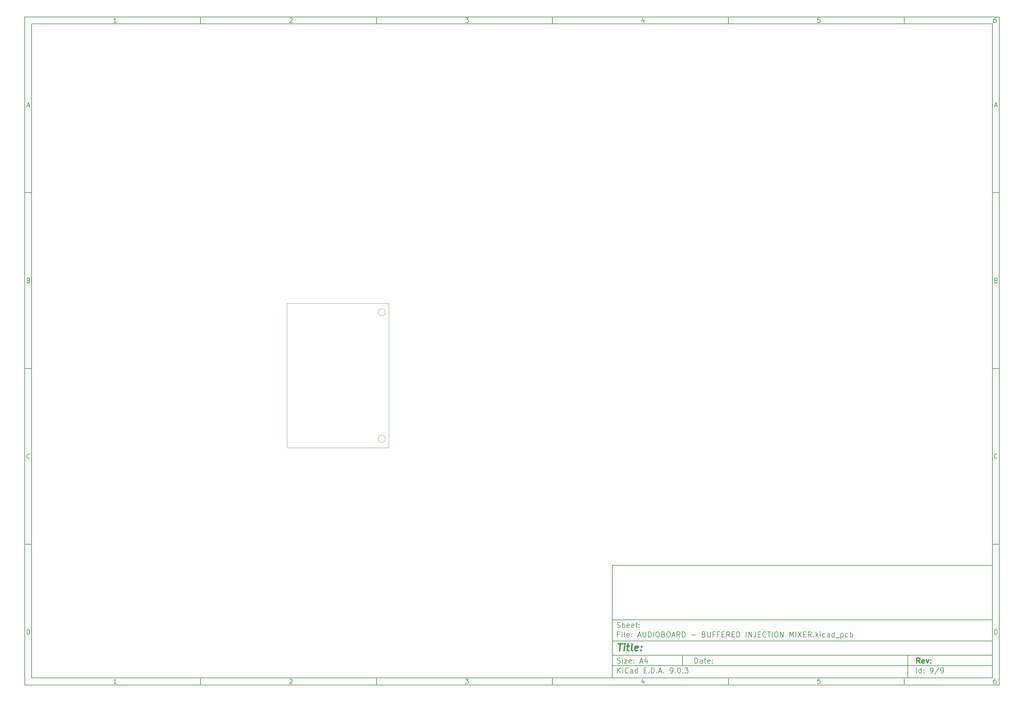
<source format=gbr>
%TF.GenerationSoftware,KiCad,Pcbnew,9.0.3*%
%TF.CreationDate,2025-09-10T01:15:20-07:00*%
%TF.ProjectId,AUDIOBOARD - BUFFERED INJECTION MIXER,41554449-4f42-44f4-9152-44202d204255,rev?*%
%TF.SameCoordinates,Original*%
%TF.FileFunction,Profile,NP*%
%FSLAX46Y46*%
G04 Gerber Fmt 4.6, Leading zero omitted, Abs format (unit mm)*
G04 Created by KiCad (PCBNEW 9.0.3) date 2025-09-10 01:15:20*
%MOMM*%
%LPD*%
G01*
G04 APERTURE LIST*
%ADD10C,0.100000*%
%ADD11C,0.150000*%
%ADD12C,0.300000*%
%ADD13C,0.400000*%
%TA.AperFunction,Profile*%
%ADD14C,0.050000*%
%TD*%
G04 APERTURE END LIST*
D10*
D11*
X177002200Y-166007200D02*
X285002200Y-166007200D01*
X285002200Y-198007200D01*
X177002200Y-198007200D01*
X177002200Y-166007200D01*
D10*
D11*
X10000000Y-10000000D02*
X287002200Y-10000000D01*
X287002200Y-200007200D01*
X10000000Y-200007200D01*
X10000000Y-10000000D01*
D10*
D11*
X12000000Y-12000000D02*
X285002200Y-12000000D01*
X285002200Y-198007200D01*
X12000000Y-198007200D01*
X12000000Y-12000000D01*
D10*
D11*
X60000000Y-12000000D02*
X60000000Y-10000000D01*
D10*
D11*
X110000000Y-12000000D02*
X110000000Y-10000000D01*
D10*
D11*
X160000000Y-12000000D02*
X160000000Y-10000000D01*
D10*
D11*
X210000000Y-12000000D02*
X210000000Y-10000000D01*
D10*
D11*
X260000000Y-12000000D02*
X260000000Y-10000000D01*
D10*
D11*
X36089160Y-11593604D02*
X35346303Y-11593604D01*
X35717731Y-11593604D02*
X35717731Y-10293604D01*
X35717731Y-10293604D02*
X35593922Y-10479319D01*
X35593922Y-10479319D02*
X35470112Y-10603128D01*
X35470112Y-10603128D02*
X35346303Y-10665033D01*
D10*
D11*
X85346303Y-10417414D02*
X85408207Y-10355509D01*
X85408207Y-10355509D02*
X85532017Y-10293604D01*
X85532017Y-10293604D02*
X85841541Y-10293604D01*
X85841541Y-10293604D02*
X85965350Y-10355509D01*
X85965350Y-10355509D02*
X86027255Y-10417414D01*
X86027255Y-10417414D02*
X86089160Y-10541223D01*
X86089160Y-10541223D02*
X86089160Y-10665033D01*
X86089160Y-10665033D02*
X86027255Y-10850747D01*
X86027255Y-10850747D02*
X85284398Y-11593604D01*
X85284398Y-11593604D02*
X86089160Y-11593604D01*
D10*
D11*
X135284398Y-10293604D02*
X136089160Y-10293604D01*
X136089160Y-10293604D02*
X135655826Y-10788842D01*
X135655826Y-10788842D02*
X135841541Y-10788842D01*
X135841541Y-10788842D02*
X135965350Y-10850747D01*
X135965350Y-10850747D02*
X136027255Y-10912652D01*
X136027255Y-10912652D02*
X136089160Y-11036461D01*
X136089160Y-11036461D02*
X136089160Y-11345985D01*
X136089160Y-11345985D02*
X136027255Y-11469795D01*
X136027255Y-11469795D02*
X135965350Y-11531700D01*
X135965350Y-11531700D02*
X135841541Y-11593604D01*
X135841541Y-11593604D02*
X135470112Y-11593604D01*
X135470112Y-11593604D02*
X135346303Y-11531700D01*
X135346303Y-11531700D02*
X135284398Y-11469795D01*
D10*
D11*
X185965350Y-10726938D02*
X185965350Y-11593604D01*
X185655826Y-10231700D02*
X185346303Y-11160271D01*
X185346303Y-11160271D02*
X186151064Y-11160271D01*
D10*
D11*
X236027255Y-10293604D02*
X235408207Y-10293604D01*
X235408207Y-10293604D02*
X235346303Y-10912652D01*
X235346303Y-10912652D02*
X235408207Y-10850747D01*
X235408207Y-10850747D02*
X235532017Y-10788842D01*
X235532017Y-10788842D02*
X235841541Y-10788842D01*
X235841541Y-10788842D02*
X235965350Y-10850747D01*
X235965350Y-10850747D02*
X236027255Y-10912652D01*
X236027255Y-10912652D02*
X236089160Y-11036461D01*
X236089160Y-11036461D02*
X236089160Y-11345985D01*
X236089160Y-11345985D02*
X236027255Y-11469795D01*
X236027255Y-11469795D02*
X235965350Y-11531700D01*
X235965350Y-11531700D02*
X235841541Y-11593604D01*
X235841541Y-11593604D02*
X235532017Y-11593604D01*
X235532017Y-11593604D02*
X235408207Y-11531700D01*
X235408207Y-11531700D02*
X235346303Y-11469795D01*
D10*
D11*
X285965350Y-10293604D02*
X285717731Y-10293604D01*
X285717731Y-10293604D02*
X285593922Y-10355509D01*
X285593922Y-10355509D02*
X285532017Y-10417414D01*
X285532017Y-10417414D02*
X285408207Y-10603128D01*
X285408207Y-10603128D02*
X285346303Y-10850747D01*
X285346303Y-10850747D02*
X285346303Y-11345985D01*
X285346303Y-11345985D02*
X285408207Y-11469795D01*
X285408207Y-11469795D02*
X285470112Y-11531700D01*
X285470112Y-11531700D02*
X285593922Y-11593604D01*
X285593922Y-11593604D02*
X285841541Y-11593604D01*
X285841541Y-11593604D02*
X285965350Y-11531700D01*
X285965350Y-11531700D02*
X286027255Y-11469795D01*
X286027255Y-11469795D02*
X286089160Y-11345985D01*
X286089160Y-11345985D02*
X286089160Y-11036461D01*
X286089160Y-11036461D02*
X286027255Y-10912652D01*
X286027255Y-10912652D02*
X285965350Y-10850747D01*
X285965350Y-10850747D02*
X285841541Y-10788842D01*
X285841541Y-10788842D02*
X285593922Y-10788842D01*
X285593922Y-10788842D02*
X285470112Y-10850747D01*
X285470112Y-10850747D02*
X285408207Y-10912652D01*
X285408207Y-10912652D02*
X285346303Y-11036461D01*
D10*
D11*
X60000000Y-198007200D02*
X60000000Y-200007200D01*
D10*
D11*
X110000000Y-198007200D02*
X110000000Y-200007200D01*
D10*
D11*
X160000000Y-198007200D02*
X160000000Y-200007200D01*
D10*
D11*
X210000000Y-198007200D02*
X210000000Y-200007200D01*
D10*
D11*
X260000000Y-198007200D02*
X260000000Y-200007200D01*
D10*
D11*
X36089160Y-199600804D02*
X35346303Y-199600804D01*
X35717731Y-199600804D02*
X35717731Y-198300804D01*
X35717731Y-198300804D02*
X35593922Y-198486519D01*
X35593922Y-198486519D02*
X35470112Y-198610328D01*
X35470112Y-198610328D02*
X35346303Y-198672233D01*
D10*
D11*
X85346303Y-198424614D02*
X85408207Y-198362709D01*
X85408207Y-198362709D02*
X85532017Y-198300804D01*
X85532017Y-198300804D02*
X85841541Y-198300804D01*
X85841541Y-198300804D02*
X85965350Y-198362709D01*
X85965350Y-198362709D02*
X86027255Y-198424614D01*
X86027255Y-198424614D02*
X86089160Y-198548423D01*
X86089160Y-198548423D02*
X86089160Y-198672233D01*
X86089160Y-198672233D02*
X86027255Y-198857947D01*
X86027255Y-198857947D02*
X85284398Y-199600804D01*
X85284398Y-199600804D02*
X86089160Y-199600804D01*
D10*
D11*
X135284398Y-198300804D02*
X136089160Y-198300804D01*
X136089160Y-198300804D02*
X135655826Y-198796042D01*
X135655826Y-198796042D02*
X135841541Y-198796042D01*
X135841541Y-198796042D02*
X135965350Y-198857947D01*
X135965350Y-198857947D02*
X136027255Y-198919852D01*
X136027255Y-198919852D02*
X136089160Y-199043661D01*
X136089160Y-199043661D02*
X136089160Y-199353185D01*
X136089160Y-199353185D02*
X136027255Y-199476995D01*
X136027255Y-199476995D02*
X135965350Y-199538900D01*
X135965350Y-199538900D02*
X135841541Y-199600804D01*
X135841541Y-199600804D02*
X135470112Y-199600804D01*
X135470112Y-199600804D02*
X135346303Y-199538900D01*
X135346303Y-199538900D02*
X135284398Y-199476995D01*
D10*
D11*
X185965350Y-198734138D02*
X185965350Y-199600804D01*
X185655826Y-198238900D02*
X185346303Y-199167471D01*
X185346303Y-199167471D02*
X186151064Y-199167471D01*
D10*
D11*
X236027255Y-198300804D02*
X235408207Y-198300804D01*
X235408207Y-198300804D02*
X235346303Y-198919852D01*
X235346303Y-198919852D02*
X235408207Y-198857947D01*
X235408207Y-198857947D02*
X235532017Y-198796042D01*
X235532017Y-198796042D02*
X235841541Y-198796042D01*
X235841541Y-198796042D02*
X235965350Y-198857947D01*
X235965350Y-198857947D02*
X236027255Y-198919852D01*
X236027255Y-198919852D02*
X236089160Y-199043661D01*
X236089160Y-199043661D02*
X236089160Y-199353185D01*
X236089160Y-199353185D02*
X236027255Y-199476995D01*
X236027255Y-199476995D02*
X235965350Y-199538900D01*
X235965350Y-199538900D02*
X235841541Y-199600804D01*
X235841541Y-199600804D02*
X235532017Y-199600804D01*
X235532017Y-199600804D02*
X235408207Y-199538900D01*
X235408207Y-199538900D02*
X235346303Y-199476995D01*
D10*
D11*
X285965350Y-198300804D02*
X285717731Y-198300804D01*
X285717731Y-198300804D02*
X285593922Y-198362709D01*
X285593922Y-198362709D02*
X285532017Y-198424614D01*
X285532017Y-198424614D02*
X285408207Y-198610328D01*
X285408207Y-198610328D02*
X285346303Y-198857947D01*
X285346303Y-198857947D02*
X285346303Y-199353185D01*
X285346303Y-199353185D02*
X285408207Y-199476995D01*
X285408207Y-199476995D02*
X285470112Y-199538900D01*
X285470112Y-199538900D02*
X285593922Y-199600804D01*
X285593922Y-199600804D02*
X285841541Y-199600804D01*
X285841541Y-199600804D02*
X285965350Y-199538900D01*
X285965350Y-199538900D02*
X286027255Y-199476995D01*
X286027255Y-199476995D02*
X286089160Y-199353185D01*
X286089160Y-199353185D02*
X286089160Y-199043661D01*
X286089160Y-199043661D02*
X286027255Y-198919852D01*
X286027255Y-198919852D02*
X285965350Y-198857947D01*
X285965350Y-198857947D02*
X285841541Y-198796042D01*
X285841541Y-198796042D02*
X285593922Y-198796042D01*
X285593922Y-198796042D02*
X285470112Y-198857947D01*
X285470112Y-198857947D02*
X285408207Y-198919852D01*
X285408207Y-198919852D02*
X285346303Y-199043661D01*
D10*
D11*
X10000000Y-60000000D02*
X12000000Y-60000000D01*
D10*
D11*
X10000000Y-110000000D02*
X12000000Y-110000000D01*
D10*
D11*
X10000000Y-160000000D02*
X12000000Y-160000000D01*
D10*
D11*
X10690476Y-35222176D02*
X11309523Y-35222176D01*
X10566666Y-35593604D02*
X10999999Y-34293604D01*
X10999999Y-34293604D02*
X11433333Y-35593604D01*
D10*
D11*
X11092857Y-84912652D02*
X11278571Y-84974557D01*
X11278571Y-84974557D02*
X11340476Y-85036461D01*
X11340476Y-85036461D02*
X11402380Y-85160271D01*
X11402380Y-85160271D02*
X11402380Y-85345985D01*
X11402380Y-85345985D02*
X11340476Y-85469795D01*
X11340476Y-85469795D02*
X11278571Y-85531700D01*
X11278571Y-85531700D02*
X11154761Y-85593604D01*
X11154761Y-85593604D02*
X10659523Y-85593604D01*
X10659523Y-85593604D02*
X10659523Y-84293604D01*
X10659523Y-84293604D02*
X11092857Y-84293604D01*
X11092857Y-84293604D02*
X11216666Y-84355509D01*
X11216666Y-84355509D02*
X11278571Y-84417414D01*
X11278571Y-84417414D02*
X11340476Y-84541223D01*
X11340476Y-84541223D02*
X11340476Y-84665033D01*
X11340476Y-84665033D02*
X11278571Y-84788842D01*
X11278571Y-84788842D02*
X11216666Y-84850747D01*
X11216666Y-84850747D02*
X11092857Y-84912652D01*
X11092857Y-84912652D02*
X10659523Y-84912652D01*
D10*
D11*
X11402380Y-135469795D02*
X11340476Y-135531700D01*
X11340476Y-135531700D02*
X11154761Y-135593604D01*
X11154761Y-135593604D02*
X11030952Y-135593604D01*
X11030952Y-135593604D02*
X10845238Y-135531700D01*
X10845238Y-135531700D02*
X10721428Y-135407890D01*
X10721428Y-135407890D02*
X10659523Y-135284080D01*
X10659523Y-135284080D02*
X10597619Y-135036461D01*
X10597619Y-135036461D02*
X10597619Y-134850747D01*
X10597619Y-134850747D02*
X10659523Y-134603128D01*
X10659523Y-134603128D02*
X10721428Y-134479319D01*
X10721428Y-134479319D02*
X10845238Y-134355509D01*
X10845238Y-134355509D02*
X11030952Y-134293604D01*
X11030952Y-134293604D02*
X11154761Y-134293604D01*
X11154761Y-134293604D02*
X11340476Y-134355509D01*
X11340476Y-134355509D02*
X11402380Y-134417414D01*
D10*
D11*
X10659523Y-185593604D02*
X10659523Y-184293604D01*
X10659523Y-184293604D02*
X10969047Y-184293604D01*
X10969047Y-184293604D02*
X11154761Y-184355509D01*
X11154761Y-184355509D02*
X11278571Y-184479319D01*
X11278571Y-184479319D02*
X11340476Y-184603128D01*
X11340476Y-184603128D02*
X11402380Y-184850747D01*
X11402380Y-184850747D02*
X11402380Y-185036461D01*
X11402380Y-185036461D02*
X11340476Y-185284080D01*
X11340476Y-185284080D02*
X11278571Y-185407890D01*
X11278571Y-185407890D02*
X11154761Y-185531700D01*
X11154761Y-185531700D02*
X10969047Y-185593604D01*
X10969047Y-185593604D02*
X10659523Y-185593604D01*
D10*
D11*
X287002200Y-60000000D02*
X285002200Y-60000000D01*
D10*
D11*
X287002200Y-110000000D02*
X285002200Y-110000000D01*
D10*
D11*
X287002200Y-160000000D02*
X285002200Y-160000000D01*
D10*
D11*
X285692676Y-35222176D02*
X286311723Y-35222176D01*
X285568866Y-35593604D02*
X286002199Y-34293604D01*
X286002199Y-34293604D02*
X286435533Y-35593604D01*
D10*
D11*
X286095057Y-84912652D02*
X286280771Y-84974557D01*
X286280771Y-84974557D02*
X286342676Y-85036461D01*
X286342676Y-85036461D02*
X286404580Y-85160271D01*
X286404580Y-85160271D02*
X286404580Y-85345985D01*
X286404580Y-85345985D02*
X286342676Y-85469795D01*
X286342676Y-85469795D02*
X286280771Y-85531700D01*
X286280771Y-85531700D02*
X286156961Y-85593604D01*
X286156961Y-85593604D02*
X285661723Y-85593604D01*
X285661723Y-85593604D02*
X285661723Y-84293604D01*
X285661723Y-84293604D02*
X286095057Y-84293604D01*
X286095057Y-84293604D02*
X286218866Y-84355509D01*
X286218866Y-84355509D02*
X286280771Y-84417414D01*
X286280771Y-84417414D02*
X286342676Y-84541223D01*
X286342676Y-84541223D02*
X286342676Y-84665033D01*
X286342676Y-84665033D02*
X286280771Y-84788842D01*
X286280771Y-84788842D02*
X286218866Y-84850747D01*
X286218866Y-84850747D02*
X286095057Y-84912652D01*
X286095057Y-84912652D02*
X285661723Y-84912652D01*
D10*
D11*
X286404580Y-135469795D02*
X286342676Y-135531700D01*
X286342676Y-135531700D02*
X286156961Y-135593604D01*
X286156961Y-135593604D02*
X286033152Y-135593604D01*
X286033152Y-135593604D02*
X285847438Y-135531700D01*
X285847438Y-135531700D02*
X285723628Y-135407890D01*
X285723628Y-135407890D02*
X285661723Y-135284080D01*
X285661723Y-135284080D02*
X285599819Y-135036461D01*
X285599819Y-135036461D02*
X285599819Y-134850747D01*
X285599819Y-134850747D02*
X285661723Y-134603128D01*
X285661723Y-134603128D02*
X285723628Y-134479319D01*
X285723628Y-134479319D02*
X285847438Y-134355509D01*
X285847438Y-134355509D02*
X286033152Y-134293604D01*
X286033152Y-134293604D02*
X286156961Y-134293604D01*
X286156961Y-134293604D02*
X286342676Y-134355509D01*
X286342676Y-134355509D02*
X286404580Y-134417414D01*
D10*
D11*
X285661723Y-185593604D02*
X285661723Y-184293604D01*
X285661723Y-184293604D02*
X285971247Y-184293604D01*
X285971247Y-184293604D02*
X286156961Y-184355509D01*
X286156961Y-184355509D02*
X286280771Y-184479319D01*
X286280771Y-184479319D02*
X286342676Y-184603128D01*
X286342676Y-184603128D02*
X286404580Y-184850747D01*
X286404580Y-184850747D02*
X286404580Y-185036461D01*
X286404580Y-185036461D02*
X286342676Y-185284080D01*
X286342676Y-185284080D02*
X286280771Y-185407890D01*
X286280771Y-185407890D02*
X286156961Y-185531700D01*
X286156961Y-185531700D02*
X285971247Y-185593604D01*
X285971247Y-185593604D02*
X285661723Y-185593604D01*
D10*
D11*
X200458026Y-193793328D02*
X200458026Y-192293328D01*
X200458026Y-192293328D02*
X200815169Y-192293328D01*
X200815169Y-192293328D02*
X201029455Y-192364757D01*
X201029455Y-192364757D02*
X201172312Y-192507614D01*
X201172312Y-192507614D02*
X201243741Y-192650471D01*
X201243741Y-192650471D02*
X201315169Y-192936185D01*
X201315169Y-192936185D02*
X201315169Y-193150471D01*
X201315169Y-193150471D02*
X201243741Y-193436185D01*
X201243741Y-193436185D02*
X201172312Y-193579042D01*
X201172312Y-193579042D02*
X201029455Y-193721900D01*
X201029455Y-193721900D02*
X200815169Y-193793328D01*
X200815169Y-193793328D02*
X200458026Y-193793328D01*
X202600884Y-193793328D02*
X202600884Y-193007614D01*
X202600884Y-193007614D02*
X202529455Y-192864757D01*
X202529455Y-192864757D02*
X202386598Y-192793328D01*
X202386598Y-192793328D02*
X202100884Y-192793328D01*
X202100884Y-192793328D02*
X201958026Y-192864757D01*
X202600884Y-193721900D02*
X202458026Y-193793328D01*
X202458026Y-193793328D02*
X202100884Y-193793328D01*
X202100884Y-193793328D02*
X201958026Y-193721900D01*
X201958026Y-193721900D02*
X201886598Y-193579042D01*
X201886598Y-193579042D02*
X201886598Y-193436185D01*
X201886598Y-193436185D02*
X201958026Y-193293328D01*
X201958026Y-193293328D02*
X202100884Y-193221900D01*
X202100884Y-193221900D02*
X202458026Y-193221900D01*
X202458026Y-193221900D02*
X202600884Y-193150471D01*
X203100884Y-192793328D02*
X203672312Y-192793328D01*
X203315169Y-192293328D02*
X203315169Y-193579042D01*
X203315169Y-193579042D02*
X203386598Y-193721900D01*
X203386598Y-193721900D02*
X203529455Y-193793328D01*
X203529455Y-193793328D02*
X203672312Y-193793328D01*
X204743741Y-193721900D02*
X204600884Y-193793328D01*
X204600884Y-193793328D02*
X204315170Y-193793328D01*
X204315170Y-193793328D02*
X204172312Y-193721900D01*
X204172312Y-193721900D02*
X204100884Y-193579042D01*
X204100884Y-193579042D02*
X204100884Y-193007614D01*
X204100884Y-193007614D02*
X204172312Y-192864757D01*
X204172312Y-192864757D02*
X204315170Y-192793328D01*
X204315170Y-192793328D02*
X204600884Y-192793328D01*
X204600884Y-192793328D02*
X204743741Y-192864757D01*
X204743741Y-192864757D02*
X204815170Y-193007614D01*
X204815170Y-193007614D02*
X204815170Y-193150471D01*
X204815170Y-193150471D02*
X204100884Y-193293328D01*
X205458026Y-193650471D02*
X205529455Y-193721900D01*
X205529455Y-193721900D02*
X205458026Y-193793328D01*
X205458026Y-193793328D02*
X205386598Y-193721900D01*
X205386598Y-193721900D02*
X205458026Y-193650471D01*
X205458026Y-193650471D02*
X205458026Y-193793328D01*
X205458026Y-192864757D02*
X205529455Y-192936185D01*
X205529455Y-192936185D02*
X205458026Y-193007614D01*
X205458026Y-193007614D02*
X205386598Y-192936185D01*
X205386598Y-192936185D02*
X205458026Y-192864757D01*
X205458026Y-192864757D02*
X205458026Y-193007614D01*
D10*
D11*
X177002200Y-194507200D02*
X285002200Y-194507200D01*
D10*
D11*
X178458026Y-196593328D02*
X178458026Y-195093328D01*
X179315169Y-196593328D02*
X178672312Y-195736185D01*
X179315169Y-195093328D02*
X178458026Y-195950471D01*
X179958026Y-196593328D02*
X179958026Y-195593328D01*
X179958026Y-195093328D02*
X179886598Y-195164757D01*
X179886598Y-195164757D02*
X179958026Y-195236185D01*
X179958026Y-195236185D02*
X180029455Y-195164757D01*
X180029455Y-195164757D02*
X179958026Y-195093328D01*
X179958026Y-195093328D02*
X179958026Y-195236185D01*
X181529455Y-196450471D02*
X181458027Y-196521900D01*
X181458027Y-196521900D02*
X181243741Y-196593328D01*
X181243741Y-196593328D02*
X181100884Y-196593328D01*
X181100884Y-196593328D02*
X180886598Y-196521900D01*
X180886598Y-196521900D02*
X180743741Y-196379042D01*
X180743741Y-196379042D02*
X180672312Y-196236185D01*
X180672312Y-196236185D02*
X180600884Y-195950471D01*
X180600884Y-195950471D02*
X180600884Y-195736185D01*
X180600884Y-195736185D02*
X180672312Y-195450471D01*
X180672312Y-195450471D02*
X180743741Y-195307614D01*
X180743741Y-195307614D02*
X180886598Y-195164757D01*
X180886598Y-195164757D02*
X181100884Y-195093328D01*
X181100884Y-195093328D02*
X181243741Y-195093328D01*
X181243741Y-195093328D02*
X181458027Y-195164757D01*
X181458027Y-195164757D02*
X181529455Y-195236185D01*
X182815170Y-196593328D02*
X182815170Y-195807614D01*
X182815170Y-195807614D02*
X182743741Y-195664757D01*
X182743741Y-195664757D02*
X182600884Y-195593328D01*
X182600884Y-195593328D02*
X182315170Y-195593328D01*
X182315170Y-195593328D02*
X182172312Y-195664757D01*
X182815170Y-196521900D02*
X182672312Y-196593328D01*
X182672312Y-196593328D02*
X182315170Y-196593328D01*
X182315170Y-196593328D02*
X182172312Y-196521900D01*
X182172312Y-196521900D02*
X182100884Y-196379042D01*
X182100884Y-196379042D02*
X182100884Y-196236185D01*
X182100884Y-196236185D02*
X182172312Y-196093328D01*
X182172312Y-196093328D02*
X182315170Y-196021900D01*
X182315170Y-196021900D02*
X182672312Y-196021900D01*
X182672312Y-196021900D02*
X182815170Y-195950471D01*
X184172313Y-196593328D02*
X184172313Y-195093328D01*
X184172313Y-196521900D02*
X184029455Y-196593328D01*
X184029455Y-196593328D02*
X183743741Y-196593328D01*
X183743741Y-196593328D02*
X183600884Y-196521900D01*
X183600884Y-196521900D02*
X183529455Y-196450471D01*
X183529455Y-196450471D02*
X183458027Y-196307614D01*
X183458027Y-196307614D02*
X183458027Y-195879042D01*
X183458027Y-195879042D02*
X183529455Y-195736185D01*
X183529455Y-195736185D02*
X183600884Y-195664757D01*
X183600884Y-195664757D02*
X183743741Y-195593328D01*
X183743741Y-195593328D02*
X184029455Y-195593328D01*
X184029455Y-195593328D02*
X184172313Y-195664757D01*
X186029455Y-195807614D02*
X186529455Y-195807614D01*
X186743741Y-196593328D02*
X186029455Y-196593328D01*
X186029455Y-196593328D02*
X186029455Y-195093328D01*
X186029455Y-195093328D02*
X186743741Y-195093328D01*
X187386598Y-196450471D02*
X187458027Y-196521900D01*
X187458027Y-196521900D02*
X187386598Y-196593328D01*
X187386598Y-196593328D02*
X187315170Y-196521900D01*
X187315170Y-196521900D02*
X187386598Y-196450471D01*
X187386598Y-196450471D02*
X187386598Y-196593328D01*
X188100884Y-196593328D02*
X188100884Y-195093328D01*
X188100884Y-195093328D02*
X188458027Y-195093328D01*
X188458027Y-195093328D02*
X188672313Y-195164757D01*
X188672313Y-195164757D02*
X188815170Y-195307614D01*
X188815170Y-195307614D02*
X188886599Y-195450471D01*
X188886599Y-195450471D02*
X188958027Y-195736185D01*
X188958027Y-195736185D02*
X188958027Y-195950471D01*
X188958027Y-195950471D02*
X188886599Y-196236185D01*
X188886599Y-196236185D02*
X188815170Y-196379042D01*
X188815170Y-196379042D02*
X188672313Y-196521900D01*
X188672313Y-196521900D02*
X188458027Y-196593328D01*
X188458027Y-196593328D02*
X188100884Y-196593328D01*
X189600884Y-196450471D02*
X189672313Y-196521900D01*
X189672313Y-196521900D02*
X189600884Y-196593328D01*
X189600884Y-196593328D02*
X189529456Y-196521900D01*
X189529456Y-196521900D02*
X189600884Y-196450471D01*
X189600884Y-196450471D02*
X189600884Y-196593328D01*
X190243742Y-196164757D02*
X190958028Y-196164757D01*
X190100885Y-196593328D02*
X190600885Y-195093328D01*
X190600885Y-195093328D02*
X191100885Y-196593328D01*
X191600884Y-196450471D02*
X191672313Y-196521900D01*
X191672313Y-196521900D02*
X191600884Y-196593328D01*
X191600884Y-196593328D02*
X191529456Y-196521900D01*
X191529456Y-196521900D02*
X191600884Y-196450471D01*
X191600884Y-196450471D02*
X191600884Y-196593328D01*
X193529456Y-196593328D02*
X193815170Y-196593328D01*
X193815170Y-196593328D02*
X193958027Y-196521900D01*
X193958027Y-196521900D02*
X194029456Y-196450471D01*
X194029456Y-196450471D02*
X194172313Y-196236185D01*
X194172313Y-196236185D02*
X194243742Y-195950471D01*
X194243742Y-195950471D02*
X194243742Y-195379042D01*
X194243742Y-195379042D02*
X194172313Y-195236185D01*
X194172313Y-195236185D02*
X194100885Y-195164757D01*
X194100885Y-195164757D02*
X193958027Y-195093328D01*
X193958027Y-195093328D02*
X193672313Y-195093328D01*
X193672313Y-195093328D02*
X193529456Y-195164757D01*
X193529456Y-195164757D02*
X193458027Y-195236185D01*
X193458027Y-195236185D02*
X193386599Y-195379042D01*
X193386599Y-195379042D02*
X193386599Y-195736185D01*
X193386599Y-195736185D02*
X193458027Y-195879042D01*
X193458027Y-195879042D02*
X193529456Y-195950471D01*
X193529456Y-195950471D02*
X193672313Y-196021900D01*
X193672313Y-196021900D02*
X193958027Y-196021900D01*
X193958027Y-196021900D02*
X194100885Y-195950471D01*
X194100885Y-195950471D02*
X194172313Y-195879042D01*
X194172313Y-195879042D02*
X194243742Y-195736185D01*
X194886598Y-196450471D02*
X194958027Y-196521900D01*
X194958027Y-196521900D02*
X194886598Y-196593328D01*
X194886598Y-196593328D02*
X194815170Y-196521900D01*
X194815170Y-196521900D02*
X194886598Y-196450471D01*
X194886598Y-196450471D02*
X194886598Y-196593328D01*
X195886599Y-195093328D02*
X196029456Y-195093328D01*
X196029456Y-195093328D02*
X196172313Y-195164757D01*
X196172313Y-195164757D02*
X196243742Y-195236185D01*
X196243742Y-195236185D02*
X196315170Y-195379042D01*
X196315170Y-195379042D02*
X196386599Y-195664757D01*
X196386599Y-195664757D02*
X196386599Y-196021900D01*
X196386599Y-196021900D02*
X196315170Y-196307614D01*
X196315170Y-196307614D02*
X196243742Y-196450471D01*
X196243742Y-196450471D02*
X196172313Y-196521900D01*
X196172313Y-196521900D02*
X196029456Y-196593328D01*
X196029456Y-196593328D02*
X195886599Y-196593328D01*
X195886599Y-196593328D02*
X195743742Y-196521900D01*
X195743742Y-196521900D02*
X195672313Y-196450471D01*
X195672313Y-196450471D02*
X195600884Y-196307614D01*
X195600884Y-196307614D02*
X195529456Y-196021900D01*
X195529456Y-196021900D02*
X195529456Y-195664757D01*
X195529456Y-195664757D02*
X195600884Y-195379042D01*
X195600884Y-195379042D02*
X195672313Y-195236185D01*
X195672313Y-195236185D02*
X195743742Y-195164757D01*
X195743742Y-195164757D02*
X195886599Y-195093328D01*
X197029455Y-196450471D02*
X197100884Y-196521900D01*
X197100884Y-196521900D02*
X197029455Y-196593328D01*
X197029455Y-196593328D02*
X196958027Y-196521900D01*
X196958027Y-196521900D02*
X197029455Y-196450471D01*
X197029455Y-196450471D02*
X197029455Y-196593328D01*
X197600884Y-195093328D02*
X198529456Y-195093328D01*
X198529456Y-195093328D02*
X198029456Y-195664757D01*
X198029456Y-195664757D02*
X198243741Y-195664757D01*
X198243741Y-195664757D02*
X198386599Y-195736185D01*
X198386599Y-195736185D02*
X198458027Y-195807614D01*
X198458027Y-195807614D02*
X198529456Y-195950471D01*
X198529456Y-195950471D02*
X198529456Y-196307614D01*
X198529456Y-196307614D02*
X198458027Y-196450471D01*
X198458027Y-196450471D02*
X198386599Y-196521900D01*
X198386599Y-196521900D02*
X198243741Y-196593328D01*
X198243741Y-196593328D02*
X197815170Y-196593328D01*
X197815170Y-196593328D02*
X197672313Y-196521900D01*
X197672313Y-196521900D02*
X197600884Y-196450471D01*
D10*
D11*
X177002200Y-191507200D02*
X285002200Y-191507200D01*
D10*
D12*
X264413853Y-193785528D02*
X263913853Y-193071242D01*
X263556710Y-193785528D02*
X263556710Y-192285528D01*
X263556710Y-192285528D02*
X264128139Y-192285528D01*
X264128139Y-192285528D02*
X264270996Y-192356957D01*
X264270996Y-192356957D02*
X264342425Y-192428385D01*
X264342425Y-192428385D02*
X264413853Y-192571242D01*
X264413853Y-192571242D02*
X264413853Y-192785528D01*
X264413853Y-192785528D02*
X264342425Y-192928385D01*
X264342425Y-192928385D02*
X264270996Y-192999814D01*
X264270996Y-192999814D02*
X264128139Y-193071242D01*
X264128139Y-193071242D02*
X263556710Y-193071242D01*
X265628139Y-193714100D02*
X265485282Y-193785528D01*
X265485282Y-193785528D02*
X265199568Y-193785528D01*
X265199568Y-193785528D02*
X265056710Y-193714100D01*
X265056710Y-193714100D02*
X264985282Y-193571242D01*
X264985282Y-193571242D02*
X264985282Y-192999814D01*
X264985282Y-192999814D02*
X265056710Y-192856957D01*
X265056710Y-192856957D02*
X265199568Y-192785528D01*
X265199568Y-192785528D02*
X265485282Y-192785528D01*
X265485282Y-192785528D02*
X265628139Y-192856957D01*
X265628139Y-192856957D02*
X265699568Y-192999814D01*
X265699568Y-192999814D02*
X265699568Y-193142671D01*
X265699568Y-193142671D02*
X264985282Y-193285528D01*
X266199567Y-192785528D02*
X266556710Y-193785528D01*
X266556710Y-193785528D02*
X266913853Y-192785528D01*
X267485281Y-193642671D02*
X267556710Y-193714100D01*
X267556710Y-193714100D02*
X267485281Y-193785528D01*
X267485281Y-193785528D02*
X267413853Y-193714100D01*
X267413853Y-193714100D02*
X267485281Y-193642671D01*
X267485281Y-193642671D02*
X267485281Y-193785528D01*
X267485281Y-192856957D02*
X267556710Y-192928385D01*
X267556710Y-192928385D02*
X267485281Y-192999814D01*
X267485281Y-192999814D02*
X267413853Y-192928385D01*
X267413853Y-192928385D02*
X267485281Y-192856957D01*
X267485281Y-192856957D02*
X267485281Y-192999814D01*
D10*
D11*
X178386598Y-193721900D02*
X178600884Y-193793328D01*
X178600884Y-193793328D02*
X178958026Y-193793328D01*
X178958026Y-193793328D02*
X179100884Y-193721900D01*
X179100884Y-193721900D02*
X179172312Y-193650471D01*
X179172312Y-193650471D02*
X179243741Y-193507614D01*
X179243741Y-193507614D02*
X179243741Y-193364757D01*
X179243741Y-193364757D02*
X179172312Y-193221900D01*
X179172312Y-193221900D02*
X179100884Y-193150471D01*
X179100884Y-193150471D02*
X178958026Y-193079042D01*
X178958026Y-193079042D02*
X178672312Y-193007614D01*
X178672312Y-193007614D02*
X178529455Y-192936185D01*
X178529455Y-192936185D02*
X178458026Y-192864757D01*
X178458026Y-192864757D02*
X178386598Y-192721900D01*
X178386598Y-192721900D02*
X178386598Y-192579042D01*
X178386598Y-192579042D02*
X178458026Y-192436185D01*
X178458026Y-192436185D02*
X178529455Y-192364757D01*
X178529455Y-192364757D02*
X178672312Y-192293328D01*
X178672312Y-192293328D02*
X179029455Y-192293328D01*
X179029455Y-192293328D02*
X179243741Y-192364757D01*
X179886597Y-193793328D02*
X179886597Y-192793328D01*
X179886597Y-192293328D02*
X179815169Y-192364757D01*
X179815169Y-192364757D02*
X179886597Y-192436185D01*
X179886597Y-192436185D02*
X179958026Y-192364757D01*
X179958026Y-192364757D02*
X179886597Y-192293328D01*
X179886597Y-192293328D02*
X179886597Y-192436185D01*
X180458026Y-192793328D02*
X181243741Y-192793328D01*
X181243741Y-192793328D02*
X180458026Y-193793328D01*
X180458026Y-193793328D02*
X181243741Y-193793328D01*
X182386598Y-193721900D02*
X182243741Y-193793328D01*
X182243741Y-193793328D02*
X181958027Y-193793328D01*
X181958027Y-193793328D02*
X181815169Y-193721900D01*
X181815169Y-193721900D02*
X181743741Y-193579042D01*
X181743741Y-193579042D02*
X181743741Y-193007614D01*
X181743741Y-193007614D02*
X181815169Y-192864757D01*
X181815169Y-192864757D02*
X181958027Y-192793328D01*
X181958027Y-192793328D02*
X182243741Y-192793328D01*
X182243741Y-192793328D02*
X182386598Y-192864757D01*
X182386598Y-192864757D02*
X182458027Y-193007614D01*
X182458027Y-193007614D02*
X182458027Y-193150471D01*
X182458027Y-193150471D02*
X181743741Y-193293328D01*
X183100883Y-193650471D02*
X183172312Y-193721900D01*
X183172312Y-193721900D02*
X183100883Y-193793328D01*
X183100883Y-193793328D02*
X183029455Y-193721900D01*
X183029455Y-193721900D02*
X183100883Y-193650471D01*
X183100883Y-193650471D02*
X183100883Y-193793328D01*
X183100883Y-192864757D02*
X183172312Y-192936185D01*
X183172312Y-192936185D02*
X183100883Y-193007614D01*
X183100883Y-193007614D02*
X183029455Y-192936185D01*
X183029455Y-192936185D02*
X183100883Y-192864757D01*
X183100883Y-192864757D02*
X183100883Y-193007614D01*
X184886598Y-193364757D02*
X185600884Y-193364757D01*
X184743741Y-193793328D02*
X185243741Y-192293328D01*
X185243741Y-192293328D02*
X185743741Y-193793328D01*
X186886598Y-192793328D02*
X186886598Y-193793328D01*
X186529455Y-192221900D02*
X186172312Y-193293328D01*
X186172312Y-193293328D02*
X187100883Y-193293328D01*
D10*
D11*
X263458026Y-196593328D02*
X263458026Y-195093328D01*
X264815170Y-196593328D02*
X264815170Y-195093328D01*
X264815170Y-196521900D02*
X264672312Y-196593328D01*
X264672312Y-196593328D02*
X264386598Y-196593328D01*
X264386598Y-196593328D02*
X264243741Y-196521900D01*
X264243741Y-196521900D02*
X264172312Y-196450471D01*
X264172312Y-196450471D02*
X264100884Y-196307614D01*
X264100884Y-196307614D02*
X264100884Y-195879042D01*
X264100884Y-195879042D02*
X264172312Y-195736185D01*
X264172312Y-195736185D02*
X264243741Y-195664757D01*
X264243741Y-195664757D02*
X264386598Y-195593328D01*
X264386598Y-195593328D02*
X264672312Y-195593328D01*
X264672312Y-195593328D02*
X264815170Y-195664757D01*
X265529455Y-196450471D02*
X265600884Y-196521900D01*
X265600884Y-196521900D02*
X265529455Y-196593328D01*
X265529455Y-196593328D02*
X265458027Y-196521900D01*
X265458027Y-196521900D02*
X265529455Y-196450471D01*
X265529455Y-196450471D02*
X265529455Y-196593328D01*
X265529455Y-195664757D02*
X265600884Y-195736185D01*
X265600884Y-195736185D02*
X265529455Y-195807614D01*
X265529455Y-195807614D02*
X265458027Y-195736185D01*
X265458027Y-195736185D02*
X265529455Y-195664757D01*
X265529455Y-195664757D02*
X265529455Y-195807614D01*
X267458027Y-196593328D02*
X267743741Y-196593328D01*
X267743741Y-196593328D02*
X267886598Y-196521900D01*
X267886598Y-196521900D02*
X267958027Y-196450471D01*
X267958027Y-196450471D02*
X268100884Y-196236185D01*
X268100884Y-196236185D02*
X268172313Y-195950471D01*
X268172313Y-195950471D02*
X268172313Y-195379042D01*
X268172313Y-195379042D02*
X268100884Y-195236185D01*
X268100884Y-195236185D02*
X268029456Y-195164757D01*
X268029456Y-195164757D02*
X267886598Y-195093328D01*
X267886598Y-195093328D02*
X267600884Y-195093328D01*
X267600884Y-195093328D02*
X267458027Y-195164757D01*
X267458027Y-195164757D02*
X267386598Y-195236185D01*
X267386598Y-195236185D02*
X267315170Y-195379042D01*
X267315170Y-195379042D02*
X267315170Y-195736185D01*
X267315170Y-195736185D02*
X267386598Y-195879042D01*
X267386598Y-195879042D02*
X267458027Y-195950471D01*
X267458027Y-195950471D02*
X267600884Y-196021900D01*
X267600884Y-196021900D02*
X267886598Y-196021900D01*
X267886598Y-196021900D02*
X268029456Y-195950471D01*
X268029456Y-195950471D02*
X268100884Y-195879042D01*
X268100884Y-195879042D02*
X268172313Y-195736185D01*
X269886598Y-195021900D02*
X268600884Y-196950471D01*
X270458027Y-196593328D02*
X270743741Y-196593328D01*
X270743741Y-196593328D02*
X270886598Y-196521900D01*
X270886598Y-196521900D02*
X270958027Y-196450471D01*
X270958027Y-196450471D02*
X271100884Y-196236185D01*
X271100884Y-196236185D02*
X271172313Y-195950471D01*
X271172313Y-195950471D02*
X271172313Y-195379042D01*
X271172313Y-195379042D02*
X271100884Y-195236185D01*
X271100884Y-195236185D02*
X271029456Y-195164757D01*
X271029456Y-195164757D02*
X270886598Y-195093328D01*
X270886598Y-195093328D02*
X270600884Y-195093328D01*
X270600884Y-195093328D02*
X270458027Y-195164757D01*
X270458027Y-195164757D02*
X270386598Y-195236185D01*
X270386598Y-195236185D02*
X270315170Y-195379042D01*
X270315170Y-195379042D02*
X270315170Y-195736185D01*
X270315170Y-195736185D02*
X270386598Y-195879042D01*
X270386598Y-195879042D02*
X270458027Y-195950471D01*
X270458027Y-195950471D02*
X270600884Y-196021900D01*
X270600884Y-196021900D02*
X270886598Y-196021900D01*
X270886598Y-196021900D02*
X271029456Y-195950471D01*
X271029456Y-195950471D02*
X271100884Y-195879042D01*
X271100884Y-195879042D02*
X271172313Y-195736185D01*
D10*
D11*
X177002200Y-187507200D02*
X285002200Y-187507200D01*
D10*
D13*
X178693928Y-188211638D02*
X179836785Y-188211638D01*
X179015357Y-190211638D02*
X179265357Y-188211638D01*
X180253452Y-190211638D02*
X180420119Y-188878304D01*
X180503452Y-188211638D02*
X180396309Y-188306876D01*
X180396309Y-188306876D02*
X180479643Y-188402114D01*
X180479643Y-188402114D02*
X180586786Y-188306876D01*
X180586786Y-188306876D02*
X180503452Y-188211638D01*
X180503452Y-188211638D02*
X180479643Y-188402114D01*
X181086786Y-188878304D02*
X181848690Y-188878304D01*
X181455833Y-188211638D02*
X181241548Y-189925923D01*
X181241548Y-189925923D02*
X181312976Y-190116400D01*
X181312976Y-190116400D02*
X181491548Y-190211638D01*
X181491548Y-190211638D02*
X181682024Y-190211638D01*
X182634405Y-190211638D02*
X182455833Y-190116400D01*
X182455833Y-190116400D02*
X182384405Y-189925923D01*
X182384405Y-189925923D02*
X182598690Y-188211638D01*
X184170119Y-190116400D02*
X183967738Y-190211638D01*
X183967738Y-190211638D02*
X183586785Y-190211638D01*
X183586785Y-190211638D02*
X183408214Y-190116400D01*
X183408214Y-190116400D02*
X183336785Y-189925923D01*
X183336785Y-189925923D02*
X183432024Y-189164019D01*
X183432024Y-189164019D02*
X183551071Y-188973542D01*
X183551071Y-188973542D02*
X183753452Y-188878304D01*
X183753452Y-188878304D02*
X184134404Y-188878304D01*
X184134404Y-188878304D02*
X184312976Y-188973542D01*
X184312976Y-188973542D02*
X184384404Y-189164019D01*
X184384404Y-189164019D02*
X184360595Y-189354495D01*
X184360595Y-189354495D02*
X183384404Y-189544971D01*
X185134405Y-190021161D02*
X185217738Y-190116400D01*
X185217738Y-190116400D02*
X185110595Y-190211638D01*
X185110595Y-190211638D02*
X185027262Y-190116400D01*
X185027262Y-190116400D02*
X185134405Y-190021161D01*
X185134405Y-190021161D02*
X185110595Y-190211638D01*
X185265357Y-188973542D02*
X185348690Y-189068780D01*
X185348690Y-189068780D02*
X185241548Y-189164019D01*
X185241548Y-189164019D02*
X185158214Y-189068780D01*
X185158214Y-189068780D02*
X185265357Y-188973542D01*
X185265357Y-188973542D02*
X185241548Y-189164019D01*
D10*
D11*
X178958026Y-185607614D02*
X178458026Y-185607614D01*
X178458026Y-186393328D02*
X178458026Y-184893328D01*
X178458026Y-184893328D02*
X179172312Y-184893328D01*
X179743740Y-186393328D02*
X179743740Y-185393328D01*
X179743740Y-184893328D02*
X179672312Y-184964757D01*
X179672312Y-184964757D02*
X179743740Y-185036185D01*
X179743740Y-185036185D02*
X179815169Y-184964757D01*
X179815169Y-184964757D02*
X179743740Y-184893328D01*
X179743740Y-184893328D02*
X179743740Y-185036185D01*
X180672312Y-186393328D02*
X180529455Y-186321900D01*
X180529455Y-186321900D02*
X180458026Y-186179042D01*
X180458026Y-186179042D02*
X180458026Y-184893328D01*
X181815169Y-186321900D02*
X181672312Y-186393328D01*
X181672312Y-186393328D02*
X181386598Y-186393328D01*
X181386598Y-186393328D02*
X181243740Y-186321900D01*
X181243740Y-186321900D02*
X181172312Y-186179042D01*
X181172312Y-186179042D02*
X181172312Y-185607614D01*
X181172312Y-185607614D02*
X181243740Y-185464757D01*
X181243740Y-185464757D02*
X181386598Y-185393328D01*
X181386598Y-185393328D02*
X181672312Y-185393328D01*
X181672312Y-185393328D02*
X181815169Y-185464757D01*
X181815169Y-185464757D02*
X181886598Y-185607614D01*
X181886598Y-185607614D02*
X181886598Y-185750471D01*
X181886598Y-185750471D02*
X181172312Y-185893328D01*
X182529454Y-186250471D02*
X182600883Y-186321900D01*
X182600883Y-186321900D02*
X182529454Y-186393328D01*
X182529454Y-186393328D02*
X182458026Y-186321900D01*
X182458026Y-186321900D02*
X182529454Y-186250471D01*
X182529454Y-186250471D02*
X182529454Y-186393328D01*
X182529454Y-185464757D02*
X182600883Y-185536185D01*
X182600883Y-185536185D02*
X182529454Y-185607614D01*
X182529454Y-185607614D02*
X182458026Y-185536185D01*
X182458026Y-185536185D02*
X182529454Y-185464757D01*
X182529454Y-185464757D02*
X182529454Y-185607614D01*
X184315169Y-185964757D02*
X185029455Y-185964757D01*
X184172312Y-186393328D02*
X184672312Y-184893328D01*
X184672312Y-184893328D02*
X185172312Y-186393328D01*
X185672311Y-184893328D02*
X185672311Y-186107614D01*
X185672311Y-186107614D02*
X185743740Y-186250471D01*
X185743740Y-186250471D02*
X185815169Y-186321900D01*
X185815169Y-186321900D02*
X185958026Y-186393328D01*
X185958026Y-186393328D02*
X186243740Y-186393328D01*
X186243740Y-186393328D02*
X186386597Y-186321900D01*
X186386597Y-186321900D02*
X186458026Y-186250471D01*
X186458026Y-186250471D02*
X186529454Y-186107614D01*
X186529454Y-186107614D02*
X186529454Y-184893328D01*
X187243740Y-186393328D02*
X187243740Y-184893328D01*
X187243740Y-184893328D02*
X187600883Y-184893328D01*
X187600883Y-184893328D02*
X187815169Y-184964757D01*
X187815169Y-184964757D02*
X187958026Y-185107614D01*
X187958026Y-185107614D02*
X188029455Y-185250471D01*
X188029455Y-185250471D02*
X188100883Y-185536185D01*
X188100883Y-185536185D02*
X188100883Y-185750471D01*
X188100883Y-185750471D02*
X188029455Y-186036185D01*
X188029455Y-186036185D02*
X187958026Y-186179042D01*
X187958026Y-186179042D02*
X187815169Y-186321900D01*
X187815169Y-186321900D02*
X187600883Y-186393328D01*
X187600883Y-186393328D02*
X187243740Y-186393328D01*
X188743740Y-186393328D02*
X188743740Y-184893328D01*
X189743741Y-184893328D02*
X190029455Y-184893328D01*
X190029455Y-184893328D02*
X190172312Y-184964757D01*
X190172312Y-184964757D02*
X190315169Y-185107614D01*
X190315169Y-185107614D02*
X190386598Y-185393328D01*
X190386598Y-185393328D02*
X190386598Y-185893328D01*
X190386598Y-185893328D02*
X190315169Y-186179042D01*
X190315169Y-186179042D02*
X190172312Y-186321900D01*
X190172312Y-186321900D02*
X190029455Y-186393328D01*
X190029455Y-186393328D02*
X189743741Y-186393328D01*
X189743741Y-186393328D02*
X189600884Y-186321900D01*
X189600884Y-186321900D02*
X189458026Y-186179042D01*
X189458026Y-186179042D02*
X189386598Y-185893328D01*
X189386598Y-185893328D02*
X189386598Y-185393328D01*
X189386598Y-185393328D02*
X189458026Y-185107614D01*
X189458026Y-185107614D02*
X189600884Y-184964757D01*
X189600884Y-184964757D02*
X189743741Y-184893328D01*
X191529455Y-185607614D02*
X191743741Y-185679042D01*
X191743741Y-185679042D02*
X191815170Y-185750471D01*
X191815170Y-185750471D02*
X191886598Y-185893328D01*
X191886598Y-185893328D02*
X191886598Y-186107614D01*
X191886598Y-186107614D02*
X191815170Y-186250471D01*
X191815170Y-186250471D02*
X191743741Y-186321900D01*
X191743741Y-186321900D02*
X191600884Y-186393328D01*
X191600884Y-186393328D02*
X191029455Y-186393328D01*
X191029455Y-186393328D02*
X191029455Y-184893328D01*
X191029455Y-184893328D02*
X191529455Y-184893328D01*
X191529455Y-184893328D02*
X191672313Y-184964757D01*
X191672313Y-184964757D02*
X191743741Y-185036185D01*
X191743741Y-185036185D02*
X191815170Y-185179042D01*
X191815170Y-185179042D02*
X191815170Y-185321900D01*
X191815170Y-185321900D02*
X191743741Y-185464757D01*
X191743741Y-185464757D02*
X191672313Y-185536185D01*
X191672313Y-185536185D02*
X191529455Y-185607614D01*
X191529455Y-185607614D02*
X191029455Y-185607614D01*
X192815170Y-184893328D02*
X193100884Y-184893328D01*
X193100884Y-184893328D02*
X193243741Y-184964757D01*
X193243741Y-184964757D02*
X193386598Y-185107614D01*
X193386598Y-185107614D02*
X193458027Y-185393328D01*
X193458027Y-185393328D02*
X193458027Y-185893328D01*
X193458027Y-185893328D02*
X193386598Y-186179042D01*
X193386598Y-186179042D02*
X193243741Y-186321900D01*
X193243741Y-186321900D02*
X193100884Y-186393328D01*
X193100884Y-186393328D02*
X192815170Y-186393328D01*
X192815170Y-186393328D02*
X192672313Y-186321900D01*
X192672313Y-186321900D02*
X192529455Y-186179042D01*
X192529455Y-186179042D02*
X192458027Y-185893328D01*
X192458027Y-185893328D02*
X192458027Y-185393328D01*
X192458027Y-185393328D02*
X192529455Y-185107614D01*
X192529455Y-185107614D02*
X192672313Y-184964757D01*
X192672313Y-184964757D02*
X192815170Y-184893328D01*
X194029456Y-185964757D02*
X194743742Y-185964757D01*
X193886599Y-186393328D02*
X194386599Y-184893328D01*
X194386599Y-184893328D02*
X194886599Y-186393328D01*
X196243741Y-186393328D02*
X195743741Y-185679042D01*
X195386598Y-186393328D02*
X195386598Y-184893328D01*
X195386598Y-184893328D02*
X195958027Y-184893328D01*
X195958027Y-184893328D02*
X196100884Y-184964757D01*
X196100884Y-184964757D02*
X196172313Y-185036185D01*
X196172313Y-185036185D02*
X196243741Y-185179042D01*
X196243741Y-185179042D02*
X196243741Y-185393328D01*
X196243741Y-185393328D02*
X196172313Y-185536185D01*
X196172313Y-185536185D02*
X196100884Y-185607614D01*
X196100884Y-185607614D02*
X195958027Y-185679042D01*
X195958027Y-185679042D02*
X195386598Y-185679042D01*
X196886598Y-186393328D02*
X196886598Y-184893328D01*
X196886598Y-184893328D02*
X197243741Y-184893328D01*
X197243741Y-184893328D02*
X197458027Y-184964757D01*
X197458027Y-184964757D02*
X197600884Y-185107614D01*
X197600884Y-185107614D02*
X197672313Y-185250471D01*
X197672313Y-185250471D02*
X197743741Y-185536185D01*
X197743741Y-185536185D02*
X197743741Y-185750471D01*
X197743741Y-185750471D02*
X197672313Y-186036185D01*
X197672313Y-186036185D02*
X197600884Y-186179042D01*
X197600884Y-186179042D02*
X197458027Y-186321900D01*
X197458027Y-186321900D02*
X197243741Y-186393328D01*
X197243741Y-186393328D02*
X196886598Y-186393328D01*
X199529455Y-185821900D02*
X200672313Y-185821900D01*
X203029455Y-185607614D02*
X203243741Y-185679042D01*
X203243741Y-185679042D02*
X203315170Y-185750471D01*
X203315170Y-185750471D02*
X203386598Y-185893328D01*
X203386598Y-185893328D02*
X203386598Y-186107614D01*
X203386598Y-186107614D02*
X203315170Y-186250471D01*
X203315170Y-186250471D02*
X203243741Y-186321900D01*
X203243741Y-186321900D02*
X203100884Y-186393328D01*
X203100884Y-186393328D02*
X202529455Y-186393328D01*
X202529455Y-186393328D02*
X202529455Y-184893328D01*
X202529455Y-184893328D02*
X203029455Y-184893328D01*
X203029455Y-184893328D02*
X203172313Y-184964757D01*
X203172313Y-184964757D02*
X203243741Y-185036185D01*
X203243741Y-185036185D02*
X203315170Y-185179042D01*
X203315170Y-185179042D02*
X203315170Y-185321900D01*
X203315170Y-185321900D02*
X203243741Y-185464757D01*
X203243741Y-185464757D02*
X203172313Y-185536185D01*
X203172313Y-185536185D02*
X203029455Y-185607614D01*
X203029455Y-185607614D02*
X202529455Y-185607614D01*
X204029455Y-184893328D02*
X204029455Y-186107614D01*
X204029455Y-186107614D02*
X204100884Y-186250471D01*
X204100884Y-186250471D02*
X204172313Y-186321900D01*
X204172313Y-186321900D02*
X204315170Y-186393328D01*
X204315170Y-186393328D02*
X204600884Y-186393328D01*
X204600884Y-186393328D02*
X204743741Y-186321900D01*
X204743741Y-186321900D02*
X204815170Y-186250471D01*
X204815170Y-186250471D02*
X204886598Y-186107614D01*
X204886598Y-186107614D02*
X204886598Y-184893328D01*
X206100884Y-185607614D02*
X205600884Y-185607614D01*
X205600884Y-186393328D02*
X205600884Y-184893328D01*
X205600884Y-184893328D02*
X206315170Y-184893328D01*
X207386598Y-185607614D02*
X206886598Y-185607614D01*
X206886598Y-186393328D02*
X206886598Y-184893328D01*
X206886598Y-184893328D02*
X207600884Y-184893328D01*
X208172312Y-185607614D02*
X208672312Y-185607614D01*
X208886598Y-186393328D02*
X208172312Y-186393328D01*
X208172312Y-186393328D02*
X208172312Y-184893328D01*
X208172312Y-184893328D02*
X208886598Y-184893328D01*
X210386598Y-186393328D02*
X209886598Y-185679042D01*
X209529455Y-186393328D02*
X209529455Y-184893328D01*
X209529455Y-184893328D02*
X210100884Y-184893328D01*
X210100884Y-184893328D02*
X210243741Y-184964757D01*
X210243741Y-184964757D02*
X210315170Y-185036185D01*
X210315170Y-185036185D02*
X210386598Y-185179042D01*
X210386598Y-185179042D02*
X210386598Y-185393328D01*
X210386598Y-185393328D02*
X210315170Y-185536185D01*
X210315170Y-185536185D02*
X210243741Y-185607614D01*
X210243741Y-185607614D02*
X210100884Y-185679042D01*
X210100884Y-185679042D02*
X209529455Y-185679042D01*
X211029455Y-185607614D02*
X211529455Y-185607614D01*
X211743741Y-186393328D02*
X211029455Y-186393328D01*
X211029455Y-186393328D02*
X211029455Y-184893328D01*
X211029455Y-184893328D02*
X211743741Y-184893328D01*
X212386598Y-186393328D02*
X212386598Y-184893328D01*
X212386598Y-184893328D02*
X212743741Y-184893328D01*
X212743741Y-184893328D02*
X212958027Y-184964757D01*
X212958027Y-184964757D02*
X213100884Y-185107614D01*
X213100884Y-185107614D02*
X213172313Y-185250471D01*
X213172313Y-185250471D02*
X213243741Y-185536185D01*
X213243741Y-185536185D02*
X213243741Y-185750471D01*
X213243741Y-185750471D02*
X213172313Y-186036185D01*
X213172313Y-186036185D02*
X213100884Y-186179042D01*
X213100884Y-186179042D02*
X212958027Y-186321900D01*
X212958027Y-186321900D02*
X212743741Y-186393328D01*
X212743741Y-186393328D02*
X212386598Y-186393328D01*
X215029455Y-186393328D02*
X215029455Y-184893328D01*
X215743741Y-186393328D02*
X215743741Y-184893328D01*
X215743741Y-184893328D02*
X216600884Y-186393328D01*
X216600884Y-186393328D02*
X216600884Y-184893328D01*
X217743742Y-184893328D02*
X217743742Y-185964757D01*
X217743742Y-185964757D02*
X217672313Y-186179042D01*
X217672313Y-186179042D02*
X217529456Y-186321900D01*
X217529456Y-186321900D02*
X217315170Y-186393328D01*
X217315170Y-186393328D02*
X217172313Y-186393328D01*
X218458027Y-185607614D02*
X218958027Y-185607614D01*
X219172313Y-186393328D02*
X218458027Y-186393328D01*
X218458027Y-186393328D02*
X218458027Y-184893328D01*
X218458027Y-184893328D02*
X219172313Y-184893328D01*
X220672313Y-186250471D02*
X220600885Y-186321900D01*
X220600885Y-186321900D02*
X220386599Y-186393328D01*
X220386599Y-186393328D02*
X220243742Y-186393328D01*
X220243742Y-186393328D02*
X220029456Y-186321900D01*
X220029456Y-186321900D02*
X219886599Y-186179042D01*
X219886599Y-186179042D02*
X219815170Y-186036185D01*
X219815170Y-186036185D02*
X219743742Y-185750471D01*
X219743742Y-185750471D02*
X219743742Y-185536185D01*
X219743742Y-185536185D02*
X219815170Y-185250471D01*
X219815170Y-185250471D02*
X219886599Y-185107614D01*
X219886599Y-185107614D02*
X220029456Y-184964757D01*
X220029456Y-184964757D02*
X220243742Y-184893328D01*
X220243742Y-184893328D02*
X220386599Y-184893328D01*
X220386599Y-184893328D02*
X220600885Y-184964757D01*
X220600885Y-184964757D02*
X220672313Y-185036185D01*
X221100885Y-184893328D02*
X221958028Y-184893328D01*
X221529456Y-186393328D02*
X221529456Y-184893328D01*
X222458027Y-186393328D02*
X222458027Y-184893328D01*
X223458028Y-184893328D02*
X223743742Y-184893328D01*
X223743742Y-184893328D02*
X223886599Y-184964757D01*
X223886599Y-184964757D02*
X224029456Y-185107614D01*
X224029456Y-185107614D02*
X224100885Y-185393328D01*
X224100885Y-185393328D02*
X224100885Y-185893328D01*
X224100885Y-185893328D02*
X224029456Y-186179042D01*
X224029456Y-186179042D02*
X223886599Y-186321900D01*
X223886599Y-186321900D02*
X223743742Y-186393328D01*
X223743742Y-186393328D02*
X223458028Y-186393328D01*
X223458028Y-186393328D02*
X223315171Y-186321900D01*
X223315171Y-186321900D02*
X223172313Y-186179042D01*
X223172313Y-186179042D02*
X223100885Y-185893328D01*
X223100885Y-185893328D02*
X223100885Y-185393328D01*
X223100885Y-185393328D02*
X223172313Y-185107614D01*
X223172313Y-185107614D02*
X223315171Y-184964757D01*
X223315171Y-184964757D02*
X223458028Y-184893328D01*
X224743742Y-186393328D02*
X224743742Y-184893328D01*
X224743742Y-184893328D02*
X225600885Y-186393328D01*
X225600885Y-186393328D02*
X225600885Y-184893328D01*
X227458028Y-186393328D02*
X227458028Y-184893328D01*
X227458028Y-184893328D02*
X227958028Y-185964757D01*
X227958028Y-185964757D02*
X228458028Y-184893328D01*
X228458028Y-184893328D02*
X228458028Y-186393328D01*
X229172314Y-186393328D02*
X229172314Y-184893328D01*
X229743743Y-184893328D02*
X230743743Y-186393328D01*
X230743743Y-184893328D02*
X229743743Y-186393328D01*
X231315171Y-185607614D02*
X231815171Y-185607614D01*
X232029457Y-186393328D02*
X231315171Y-186393328D01*
X231315171Y-186393328D02*
X231315171Y-184893328D01*
X231315171Y-184893328D02*
X232029457Y-184893328D01*
X233529457Y-186393328D02*
X233029457Y-185679042D01*
X232672314Y-186393328D02*
X232672314Y-184893328D01*
X232672314Y-184893328D02*
X233243743Y-184893328D01*
X233243743Y-184893328D02*
X233386600Y-184964757D01*
X233386600Y-184964757D02*
X233458029Y-185036185D01*
X233458029Y-185036185D02*
X233529457Y-185179042D01*
X233529457Y-185179042D02*
X233529457Y-185393328D01*
X233529457Y-185393328D02*
X233458029Y-185536185D01*
X233458029Y-185536185D02*
X233386600Y-185607614D01*
X233386600Y-185607614D02*
X233243743Y-185679042D01*
X233243743Y-185679042D02*
X232672314Y-185679042D01*
X234172314Y-186250471D02*
X234243743Y-186321900D01*
X234243743Y-186321900D02*
X234172314Y-186393328D01*
X234172314Y-186393328D02*
X234100886Y-186321900D01*
X234100886Y-186321900D02*
X234172314Y-186250471D01*
X234172314Y-186250471D02*
X234172314Y-186393328D01*
X234886600Y-186393328D02*
X234886600Y-184893328D01*
X235029458Y-185821900D02*
X235458029Y-186393328D01*
X235458029Y-185393328D02*
X234886600Y-185964757D01*
X236100886Y-186393328D02*
X236100886Y-185393328D01*
X236100886Y-184893328D02*
X236029458Y-184964757D01*
X236029458Y-184964757D02*
X236100886Y-185036185D01*
X236100886Y-185036185D02*
X236172315Y-184964757D01*
X236172315Y-184964757D02*
X236100886Y-184893328D01*
X236100886Y-184893328D02*
X236100886Y-185036185D01*
X237458030Y-186321900D02*
X237315172Y-186393328D01*
X237315172Y-186393328D02*
X237029458Y-186393328D01*
X237029458Y-186393328D02*
X236886601Y-186321900D01*
X236886601Y-186321900D02*
X236815172Y-186250471D01*
X236815172Y-186250471D02*
X236743744Y-186107614D01*
X236743744Y-186107614D02*
X236743744Y-185679042D01*
X236743744Y-185679042D02*
X236815172Y-185536185D01*
X236815172Y-185536185D02*
X236886601Y-185464757D01*
X236886601Y-185464757D02*
X237029458Y-185393328D01*
X237029458Y-185393328D02*
X237315172Y-185393328D01*
X237315172Y-185393328D02*
X237458030Y-185464757D01*
X238743744Y-186393328D02*
X238743744Y-185607614D01*
X238743744Y-185607614D02*
X238672315Y-185464757D01*
X238672315Y-185464757D02*
X238529458Y-185393328D01*
X238529458Y-185393328D02*
X238243744Y-185393328D01*
X238243744Y-185393328D02*
X238100886Y-185464757D01*
X238743744Y-186321900D02*
X238600886Y-186393328D01*
X238600886Y-186393328D02*
X238243744Y-186393328D01*
X238243744Y-186393328D02*
X238100886Y-186321900D01*
X238100886Y-186321900D02*
X238029458Y-186179042D01*
X238029458Y-186179042D02*
X238029458Y-186036185D01*
X238029458Y-186036185D02*
X238100886Y-185893328D01*
X238100886Y-185893328D02*
X238243744Y-185821900D01*
X238243744Y-185821900D02*
X238600886Y-185821900D01*
X238600886Y-185821900D02*
X238743744Y-185750471D01*
X240100887Y-186393328D02*
X240100887Y-184893328D01*
X240100887Y-186321900D02*
X239958029Y-186393328D01*
X239958029Y-186393328D02*
X239672315Y-186393328D01*
X239672315Y-186393328D02*
X239529458Y-186321900D01*
X239529458Y-186321900D02*
X239458029Y-186250471D01*
X239458029Y-186250471D02*
X239386601Y-186107614D01*
X239386601Y-186107614D02*
X239386601Y-185679042D01*
X239386601Y-185679042D02*
X239458029Y-185536185D01*
X239458029Y-185536185D02*
X239529458Y-185464757D01*
X239529458Y-185464757D02*
X239672315Y-185393328D01*
X239672315Y-185393328D02*
X239958029Y-185393328D01*
X239958029Y-185393328D02*
X240100887Y-185464757D01*
X240458030Y-186536185D02*
X241600887Y-186536185D01*
X241958029Y-185393328D02*
X241958029Y-186893328D01*
X241958029Y-185464757D02*
X242100887Y-185393328D01*
X242100887Y-185393328D02*
X242386601Y-185393328D01*
X242386601Y-185393328D02*
X242529458Y-185464757D01*
X242529458Y-185464757D02*
X242600887Y-185536185D01*
X242600887Y-185536185D02*
X242672315Y-185679042D01*
X242672315Y-185679042D02*
X242672315Y-186107614D01*
X242672315Y-186107614D02*
X242600887Y-186250471D01*
X242600887Y-186250471D02*
X242529458Y-186321900D01*
X242529458Y-186321900D02*
X242386601Y-186393328D01*
X242386601Y-186393328D02*
X242100887Y-186393328D01*
X242100887Y-186393328D02*
X241958029Y-186321900D01*
X243958030Y-186321900D02*
X243815172Y-186393328D01*
X243815172Y-186393328D02*
X243529458Y-186393328D01*
X243529458Y-186393328D02*
X243386601Y-186321900D01*
X243386601Y-186321900D02*
X243315172Y-186250471D01*
X243315172Y-186250471D02*
X243243744Y-186107614D01*
X243243744Y-186107614D02*
X243243744Y-185679042D01*
X243243744Y-185679042D02*
X243315172Y-185536185D01*
X243315172Y-185536185D02*
X243386601Y-185464757D01*
X243386601Y-185464757D02*
X243529458Y-185393328D01*
X243529458Y-185393328D02*
X243815172Y-185393328D01*
X243815172Y-185393328D02*
X243958030Y-185464757D01*
X244600886Y-186393328D02*
X244600886Y-184893328D01*
X244600886Y-185464757D02*
X244743744Y-185393328D01*
X244743744Y-185393328D02*
X245029458Y-185393328D01*
X245029458Y-185393328D02*
X245172315Y-185464757D01*
X245172315Y-185464757D02*
X245243744Y-185536185D01*
X245243744Y-185536185D02*
X245315172Y-185679042D01*
X245315172Y-185679042D02*
X245315172Y-186107614D01*
X245315172Y-186107614D02*
X245243744Y-186250471D01*
X245243744Y-186250471D02*
X245172315Y-186321900D01*
X245172315Y-186321900D02*
X245029458Y-186393328D01*
X245029458Y-186393328D02*
X244743744Y-186393328D01*
X244743744Y-186393328D02*
X244600886Y-186321900D01*
D10*
D11*
X177002200Y-181507200D02*
X285002200Y-181507200D01*
D10*
D11*
X178386598Y-183621900D02*
X178600884Y-183693328D01*
X178600884Y-183693328D02*
X178958026Y-183693328D01*
X178958026Y-183693328D02*
X179100884Y-183621900D01*
X179100884Y-183621900D02*
X179172312Y-183550471D01*
X179172312Y-183550471D02*
X179243741Y-183407614D01*
X179243741Y-183407614D02*
X179243741Y-183264757D01*
X179243741Y-183264757D02*
X179172312Y-183121900D01*
X179172312Y-183121900D02*
X179100884Y-183050471D01*
X179100884Y-183050471D02*
X178958026Y-182979042D01*
X178958026Y-182979042D02*
X178672312Y-182907614D01*
X178672312Y-182907614D02*
X178529455Y-182836185D01*
X178529455Y-182836185D02*
X178458026Y-182764757D01*
X178458026Y-182764757D02*
X178386598Y-182621900D01*
X178386598Y-182621900D02*
X178386598Y-182479042D01*
X178386598Y-182479042D02*
X178458026Y-182336185D01*
X178458026Y-182336185D02*
X178529455Y-182264757D01*
X178529455Y-182264757D02*
X178672312Y-182193328D01*
X178672312Y-182193328D02*
X179029455Y-182193328D01*
X179029455Y-182193328D02*
X179243741Y-182264757D01*
X179886597Y-183693328D02*
X179886597Y-182193328D01*
X180529455Y-183693328D02*
X180529455Y-182907614D01*
X180529455Y-182907614D02*
X180458026Y-182764757D01*
X180458026Y-182764757D02*
X180315169Y-182693328D01*
X180315169Y-182693328D02*
X180100883Y-182693328D01*
X180100883Y-182693328D02*
X179958026Y-182764757D01*
X179958026Y-182764757D02*
X179886597Y-182836185D01*
X181815169Y-183621900D02*
X181672312Y-183693328D01*
X181672312Y-183693328D02*
X181386598Y-183693328D01*
X181386598Y-183693328D02*
X181243740Y-183621900D01*
X181243740Y-183621900D02*
X181172312Y-183479042D01*
X181172312Y-183479042D02*
X181172312Y-182907614D01*
X181172312Y-182907614D02*
X181243740Y-182764757D01*
X181243740Y-182764757D02*
X181386598Y-182693328D01*
X181386598Y-182693328D02*
X181672312Y-182693328D01*
X181672312Y-182693328D02*
X181815169Y-182764757D01*
X181815169Y-182764757D02*
X181886598Y-182907614D01*
X181886598Y-182907614D02*
X181886598Y-183050471D01*
X181886598Y-183050471D02*
X181172312Y-183193328D01*
X183100883Y-183621900D02*
X182958026Y-183693328D01*
X182958026Y-183693328D02*
X182672312Y-183693328D01*
X182672312Y-183693328D02*
X182529454Y-183621900D01*
X182529454Y-183621900D02*
X182458026Y-183479042D01*
X182458026Y-183479042D02*
X182458026Y-182907614D01*
X182458026Y-182907614D02*
X182529454Y-182764757D01*
X182529454Y-182764757D02*
X182672312Y-182693328D01*
X182672312Y-182693328D02*
X182958026Y-182693328D01*
X182958026Y-182693328D02*
X183100883Y-182764757D01*
X183100883Y-182764757D02*
X183172312Y-182907614D01*
X183172312Y-182907614D02*
X183172312Y-183050471D01*
X183172312Y-183050471D02*
X182458026Y-183193328D01*
X183600883Y-182693328D02*
X184172311Y-182693328D01*
X183815168Y-182193328D02*
X183815168Y-183479042D01*
X183815168Y-183479042D02*
X183886597Y-183621900D01*
X183886597Y-183621900D02*
X184029454Y-183693328D01*
X184029454Y-183693328D02*
X184172311Y-183693328D01*
X184672311Y-183550471D02*
X184743740Y-183621900D01*
X184743740Y-183621900D02*
X184672311Y-183693328D01*
X184672311Y-183693328D02*
X184600883Y-183621900D01*
X184600883Y-183621900D02*
X184672311Y-183550471D01*
X184672311Y-183550471D02*
X184672311Y-183693328D01*
X184672311Y-182764757D02*
X184743740Y-182836185D01*
X184743740Y-182836185D02*
X184672311Y-182907614D01*
X184672311Y-182907614D02*
X184600883Y-182836185D01*
X184600883Y-182836185D02*
X184672311Y-182764757D01*
X184672311Y-182764757D02*
X184672311Y-182907614D01*
D10*
D11*
X197002200Y-191507200D02*
X197002200Y-194507200D01*
D10*
D11*
X261002200Y-191507200D02*
X261002200Y-198007200D01*
D14*
X112500000Y-94000000D02*
G75*
G02*
X110500000Y-94000000I-1000000J0D01*
G01*
X110500000Y-94000000D02*
G75*
G02*
X112500000Y-94000000I1000000J0D01*
G01*
X84500000Y-91500000D02*
X113500000Y-91500000D01*
X113500000Y-132500000D01*
X84500000Y-132500000D01*
X84500000Y-91500000D01*
X112500000Y-130000000D02*
G75*
G02*
X110500000Y-130000000I-1000000J0D01*
G01*
X110500000Y-130000000D02*
G75*
G02*
X112500000Y-130000000I1000000J0D01*
G01*
M02*

</source>
